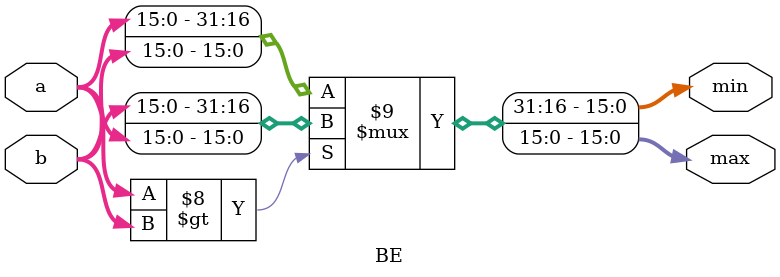
<source format=v>
`define C2Q 5
module PN (
    input clk,
    input rst_n,
    input [1:0] mode,
    input operator,
    input [2:0] in,
    input in_valid,
    output reg out_valid,
    output reg signed [31:0] out
);

    //================================================================
    //   PARAMETER/INTEGER/GENVAR
    //================================================================
    //integer
    integer i;

    genvar idx;

    parameter WORD = 16;
    parameter BUFFER_LEN = 16;
    localparam CNT_LEN = 4;
    localparam NUM_OF_RESULT = 4;
    //================================================================
    //   States
    //================================================================
    //======================
    //   L1 MAIN FSM
    //======================
    localparam IDLE = 'd0;
    localparam RD_DATA = 'd1;
    localparam EVALUATION = 'd2;
    localparam SORT = 'd3;
    localparam DONE = 'd4;


    //======================
    //   MODES
    //======================
    localparam POSTFIX_BURST = 'd0;
    localparam POSTFIX = 'd1;
    localparam PREFIX_BURST = 'd2;
    localparam PREFIX = 'd3;

    //======================
    //   STACK FSM
    //======================
    localparam DET_TYPE = 'd0;
    localparam PERFORM_OP_POP1 = 'd1;
    localparam PERFORM_OP_POP2 = 'd2;
    localparam PERFORM_OP_PUSH = 'd3;
    localparam PERFORM_CALCULATION = 'd4;
    localparam PUSH_MID_RESULT = 'd5;

    //======================
    //   ALU type
    //======================
    localparam ADD = 3'b000;
    localparam SUBTRACT = 3'b001;
    localparam MULT = 3'b010;
    localparam ABSOLUTE = 3'b011;

    //================================================================
    //   REG/WIRE
    //================================================================
    //======================
    //   ALU
    //======================
    reg signed [WORD-1:0] alu_out;
    reg signed [WORD-1:0] alu_buf1;
    reg signed [WORD-1:0] alu_buf2;

    //======================
    //   Storages
    //======================
    reg [WORD-1:0] data_buf[0:BUFFER_LEN-1];
    reg signed [WORD-1:0] result_buf[0:NUM_OF_RESULT-1];  // maximum of 4 values

    //======================
    //   CNTS
    //======================
    reg [CNT_LEN-1:0] strLen_cnt;
    reg [CNT_LEN-1:0] buf_index_cnt;
    reg [CNT_LEN-1:0] done_cnt;
    reg [CNT_LEN-1:0] result_reversed_cnt;
    reg [CNT_LEN-1:0] result_cnt;


    //======================
    //   FSM
    //======================
    reg [2:0] currentState, nextState;
    reg [2:0] stackCTR, stackCTRnext;
    reg  [     2:0] modeState;

    //======================
    //   STACK
    //======================
    wire            push;
    wire            pop;
    wire [WORD-1:0] stack_popped_value;
    wire [WORD-1:0] stack_pushed_value;
    wire            wn = push;
    wire            rn = pop;
    wire            full;
    wire            empty;

    //======================
    //   state indicators
    //======================
    wire            state_IDLE = currentState == IDLE;
    wire            state_RD_DATA = currentState == RD_DATA;
    wire            state_EVALUATION = currentState == EVALUATION;
    wire            state_SORT = currentState == SORT;
    wire            state_DONE = currentState == DONE;


    wire            mode_POSTFIX_BURST = modeState == POSTFIX_BURST;
    wire            mode_POSTFIX = modeState == POSTFIX;
    wire            mode_PREFIX_BURST = modeState == PREFIX_BURST;
    wire            mode_PREFIX = modeState == PREFIX;

    wire            stack_DET_TYPE = stackCTR == DET_TYPE;
    wire            stack_POP1 = stackCTR == PERFORM_OP_POP1;
    wire            stack_POP2 = stackCTR == PERFORM_OP_POP2;
    wire            stack_PUSH = stackCTR == PERFORM_OP_PUSH;
    wire            stack_PUSH_MID_RESULT = stackCTR == PUSH_MID_RESULT;
    wire            stack_CALCULATION = stackCTR == PERFORM_CALCULATION;

    //======================
    //   current_char
    //======================
    wire [WORD-1:0] buf_current_char = data_buf[buf_index_cnt];

    //================================================================
    //   control flags
    //================================================================
    //======================
    //   evaluation done
    //======================
    reg             evaluation_done_f;

    always @(*) begin
        if ((mode_POSTFIX || mode_POSTFIX_BURST) && stack_CALCULATION) begin
            evaluation_done_f = buf_index_cnt == strLen_cnt - 1;
        end else if ((mode_PREFIX || mode_PREFIX_BURST) && stack_CALCULATION) begin
            evaluation_done_f = buf_index_cnt == 0;
        end else begin
            evaluation_done_f = 1'b0;
        end
    end

    //======================
    //   Others
    //======================
    wire timed_out_f = done_cnt == 'd30;
    wire is_operand_f = buf_current_char[15] == 1'b0;
    wire is_operator_f = buf_current_char[15] == 1'b1;
    wire burst_done_f = stack_CALCULATION;

    wire signed [WORD-1:0] result_rd[0:3];
    wire signed [WORD-1:0] sorted_result_d[0:7];



    //================================================================
    //   Design
    //================================================================
    //======================
    //   FSM
    //======================
    //MAIN FSM
    always @(posedge clk or negedge rst_n) begin
        //synopsys_translate_off
        #`C2Q;
        //synopsys_translate_on
        if (~rst_n) begin
            currentState <= IDLE;
        end else begin
            currentState <= nextState;
        end
    end

    wire output_done_f = result_cnt == 0;

    always @(*) begin
        case (currentState)
            IDLE: begin
                if (in_valid) begin
                    nextState = RD_DATA;
                end else begin
                    nextState = IDLE;
                end
            end
            RD_DATA: begin
                if (!in_valid) begin
                    nextState = EVALUATION;
                end else begin
                    nextState = RD_DATA;
                end
            end
            EVALUATION: begin
                if (evaluation_done_f && (mode_POSTFIX_BURST || mode_PREFIX_BURST)) begin
                    nextState = SORT;
                end else if (evaluation_done_f && (mode_PREFIX || mode_POSTFIX)) begin
                    nextState = DONE;
                end else begin
                    nextState = EVALUATION;
                end
            end
            SORT: begin
                nextState = DONE;
            end
            DONE: begin
                if (in_valid) begin
                    nextState = IDLE;
                end else if (mode_POSTFIX || mode_PREFIX) begin
                    nextState = IDLE;
                end else if (output_done_f) begin
                    nextState = IDLE;
                end else if (timed_out_f) begin
                    nextState = IDLE;
                end else begin
                    nextState = DONE;
                end
            end
            default: begin
                nextState = IDLE;
            end
        endcase
    end

    //MODE
    always @(posedge clk or negedge rst_n) begin
        //synopsys_translate_off
        #`C2Q;
        //synopsys_translate_on
        if (~rst_n) begin
            modeState <= POSTFIX;
        end else if (state_IDLE && in_valid) begin
            case (mode)
                'd0: modeState <= PREFIX_BURST;
                'd1: modeState <= POSTFIX_BURST;
                'd2: modeState <= PREFIX;
                'd3: modeState <= POSTFIX;
                default: modeState <= PREFIX;
            endcase
        end else begin
            modeState <= modeState;
        end
    end

    //=================================================
    //   READ DATA
    //=================================================
    always @(posedge clk or negedge rst_n) begin
        //synopsys_translate_off
        #`C2Q;
        //synopsys_translate_on
        if (!rst_n) begin
            strLen_cnt <= 'd0;

            for (i = 0; i < BUFFER_LEN; i = i + 1) begin
                data_buf[i] <= 'd0;
            end
        end else if (state_DONE) begin
            strLen_cnt <= 0;
        end else if ((state_RD_DATA || state_IDLE) && in_valid) begin
            strLen_cnt <= strLen_cnt + 1;

            if (operator) begin
                data_buf[strLen_cnt] <= {1'b1, 12'b0, in};
            end else begin
                data_buf[strLen_cnt] <= {1'b0, 12'b0, in};
            end
        end else begin
            strLen_cnt <= strLen_cnt;

            for (i = 0; i < BUFFER_LEN; i = i + 1) begin
                data_buf[i] <= data_buf[i];
            end
        end
    end

    //=================================================
    //   EVALUATION
    //=================================================
    //===============
    //   STACK
    //===============
    always @(posedge clk or negedge rst_n) begin
        //synopsys_translate_off
        #`C2Q;
        //synopsys_translate_on
        if (~rst_n) begin
            stackCTR <= DET_TYPE;
        end else begin
            stackCTR <= stackCTRnext;
        end
    end

    always @(*) begin
        if (~rst_n) begin
            stackCTRnext = DET_TYPE;
        end else begin
            case (stackCTR)
                DET_TYPE: begin
                    if (state_EVALUATION) begin
                        case ({
                            is_operand_f, is_operator_f
                        })
                            2'b10: begin
                                stackCTRnext = PERFORM_OP_PUSH;
                            end
                            2'b01: begin
                                stackCTRnext = PERFORM_OP_POP1;
                            end
                            default: begin
                                stackCTRnext = DET_TYPE;
                            end
                        endcase
                    end else begin
                        stackCTRnext = DET_TYPE;
                    end
                end
                PERFORM_OP_PUSH: begin
                    stackCTRnext = DET_TYPE;
                end
                PERFORM_OP_POP1: begin
                    stackCTRnext = PERFORM_OP_POP2;
                end
                PERFORM_OP_POP2: begin
                    stackCTRnext = PERFORM_CALCULATION;
                end
                PUSH_MID_RESULT: begin
                    stackCTRnext = DET_TYPE;
                end
                PERFORM_CALCULATION: begin
                    if (mode_POSTFIX_BURST || mode_PREFIX_BURST) begin
                        stackCTRnext = DET_TYPE;
                    end else if (evaluation_done_f) begin
                        stackCTRnext = DET_TYPE;
                    end else begin
                        stackCTRnext = PUSH_MID_RESULT; // For postfix and prefix push the value back to stack.
                    end
                end
                default: begin
                    stackCTRnext = DET_TYPE;
                end
            endcase
        end
    end

    assign pop = stackCTRnext == PERFORM_OP_POP1 || stackCTRnext == PERFORM_OP_POP2;
    assign push = stack_PUSH || stack_PUSH_MID_RESULT;
    assign stack_pushed_value = stack_PUSH_MID_RESULT ? alu_out : buf_current_char;

    //===========================
    //   PERFORM OPERATION
    //===========================
    always @(posedge clk or negedge rst_n) begin
        //synopsys_translate_off
        #`C2Q;
        //synopsys_translate_on
        if (~rst_n) begin
            buf_index_cnt <= 'd0;
        end else if (state_DONE) begin
            buf_index_cnt <= 0;
        end else if (currentState == RD_DATA && nextState == EVALUATION) begin
            case (modeState)
                PREFIX_BURST, PREFIX: buf_index_cnt <= strLen_cnt - 1;
                POSTFIX_BURST, POSTFIX: buf_index_cnt <= buf_index_cnt;
                default: buf_index_cnt <= buf_index_cnt;
            endcase
        end else if (stack_PUSH || stack_CALCULATION) begin
            case (modeState)
                PREFIX_BURST, PREFIX: buf_index_cnt <= buf_index_cnt - 1;
                POSTFIX_BURST, POSTFIX: buf_index_cnt <= buf_index_cnt + 1;
                default: buf_index_cnt <= buf_index_cnt;
            endcase
        end else begin
            buf_index_cnt <= buf_index_cnt;
        end
    end

    //============================
    //	   DONE
    //============================
    always @(posedge clk or negedge rst_n) begin
        //synopsys_translate_off
        #`C2Q;
        //synopsys_translate_on
        // Used to counter in a reversed way during done state for POST_FIX
        if (~rst_n) begin
            result_reversed_cnt <= 0;
        end else if (state_RD_DATA) begin
            result_reversed_cnt <= 0;
        end else if (state_DONE) begin
            result_reversed_cnt <= result_reversed_cnt + 1;
        end else begin
            result_reversed_cnt <= result_reversed_cnt;
        end
    end

    always @(posedge clk or negedge rst_n) begin
        //synopsys_translate_off
        #`C2Q;
        //synopsys_translate_on
        if (~rst_n) begin
            done_cnt  <= 'd0;
            out_valid <= 'd0;
            out       <= 'd0;
        end else if (timed_out_f) begin
            done_cnt  <= 'd0;
            out_valid <= 'd0;
            out       <= 'd0;
        end else if (state_DONE) begin
            done_cnt  <= done_cnt + 1;
            out_valid <= 1'b1;
            if (mode_PREFIX_BURST) begin
                out <= result_buf[result_cnt];
            end else if (mode_POSTFIX_BURST) begin
                out <= result_buf[result_reversed_cnt];
            end else if (mode_POSTFIX || mode_PREFIX) begin
                out <= alu_out;
            end else begin
                out <= out;
            end
        end else begin
            out_valid <= 'd0;
            out       <= 'd0;
            done_cnt  <= done_cnt;
        end
    end

    //======================
    //  ALU
    //======================
    always @(posedge clk or negedge rst_n) begin
        //synopsys_translate_off
        #`C2Q;
        //synopsys_translate_on
        if (!rst_n) begin
            alu_buf1 <= 'd0;
            alu_buf2 <= 'd0;
        end else if (stack_POP1) begin
            alu_buf1 <= stack_popped_value;
            alu_buf2 <= alu_buf2;
        end else if (stack_POP2) begin
            alu_buf1 <= alu_buf1;
            alu_buf2 <= stack_popped_value;
        end else begin
            alu_buf1 <= alu_buf1;
            alu_buf2 <= alu_buf2;
        end
    end


    always @(*) begin
        if (!rst_n) begin
            alu_out = 'd0;
        end else if (stack_POP1) begin
            alu_out = alu_out;
        end else if (stack_POP2) begin
            alu_out = alu_out;
        end else if (stack_CALCULATION) begin
            case (buf_current_char[2:0])
                ADD: begin
                    alu_out = alu_buf1 + alu_buf2;
                end
                SUBTRACT: begin
                    if (mode_POSTFIX || mode_POSTFIX_BURST) begin
                        alu_out = alu_buf2 - alu_buf1;
                    end else begin
                        alu_out = alu_buf1 - alu_buf2;
                    end
                end
                MULT: begin
                    alu_out = alu_buf1 * alu_buf2;
                end
                ABSOLUTE: begin
                    if ($signed(alu_buf1 + alu_buf2) < 0) begin
                        alu_out = -(alu_buf1 + alu_buf2);
                    end else begin
                        alu_out = alu_buf1 + alu_buf2;
                    end
                end
                default: begin
                    alu_out = alu_out;
                end
            endcase

        end else begin
            alu_out = alu_out;
        end
    end

    //==========================
    //	   RESULT BUFFER & cnt
    //==========================
    generate
        for (idx = 0; idx < 4; idx = idx + 1) begin
            assign result_rd[idx] = result_buf[idx];
        end
    endgenerate

    always @(posedge clk or negedge rst_n) begin
        //synopsys_translate_off
        #`C2Q;
        //synopsys_translate_on
        if (!rst_n) begin
            result_cnt <= 'd0;
            for (i = 0; i < NUM_OF_RESULT; i = i + 1) begin
                result_buf[i] <= 16'h0fff;
            end
        end else if (state_RD_DATA) begin
            result_cnt <= 'd0;
            for (i = 0; i < NUM_OF_RESULT; i = i + 1) begin
                result_buf[i] <= 16'h0fff;
            end
        end else if (stack_CALCULATION && burst_done_f) begin
            result_cnt <= result_cnt + 1;
            result_buf[result_cnt] <= alu_out;
        end else if (state_SORT) begin
            for (i = 0; i < 4; i = i + 1) begin
                result_buf[i] <= sorted_result_d[i];
            end
            result_cnt <= result_cnt - 1;
        end else if (state_DONE) begin
            result_cnt <= result_cnt - 1;
        end else begin
            result_cnt <= result_cnt;
            for (i = 0; i < NUM_OF_RESULT; i = i + 1) begin
                result_buf[i] <= result_buf[i];
            end
        end
    end

    //======================
    //	   MODULE: STACK
    //======================


    LIFO stack (
        .in(stack_pushed_value),
        .clk(clk),
        .rst_n(rst_n),
        .wn(wn),
        .rn(rn),
        .out(stack_popped_value),
        .full(full),
        .empty(empty)
    );


    //===========================
    //	 MODULE: Sorter
    //===========================

    two_stages_bitonic_sorter #(
        .N(WORD)
    ) bitonics_sorter (
        .rst_n(rst_n),
        .clk(clk),
        //inputs
        .a(16'h0fff),
        .b(16'h0fff),
        .c(16'h0fff),
        .d(16'h0fff),
        .e(result_rd[0]),
        .f(result_rd[1]),
        .g(result_rd[2]),
        .h(result_rd[3]),
        //output
        .i(sorted_result_d[0]),
        .j(sorted_result_d[1]),
        .k(sorted_result_d[2]),
        .l(sorted_result_d[3]),
        .m(sorted_result_d[4]),
        .n(sorted_result_d[5]),
        .o(sorted_result_d[6]),
        .p(sorted_result_d[7])
    );



endmodule

module two_stages_bitonic_sorter #(
    parameter N = 16
) (
    input rst_n,
    input clk,
    input signed [N-1:0] a,
    input signed [N-1:0] b,
    input signed [N-1:0] c,
    input signed [N-1:0] d,
    input signed [N-1:0] e,
    input signed [N-1:0] f,
    input signed [N-1:0] g,
    input signed [N-1:0] h,

    output signed [N-1:0] i,
    output signed [N-1:0] j,
    output signed [N-1:0] k,
    output signed [N-1:0] l,
    output signed [N-1:0] m,
    output signed [N-1:0] n,
    output signed [N-1:0] o,
    output signed [N-1:0] p
);

    reg signed  [N-1:0] bitonic_seq_reg[0:7];

    wire signed [N-1:0] lv1_1_min;
    wire signed [N-1:0] lv1_1_max;
    wire signed [N-1:0] lv1_2_min;
    wire signed [N-1:0] lv1_2_max;
    wire signed [N-1:0] lv1_3_min;
    wire signed [N-1:0] lv1_3_max;
    wire signed [N-1:0] lv1_4_min;
    wire signed [N-1:0] lv1_4_max;

    wire signed [N-1:0] lv2_1_min;
    wire signed [N-1:0] lv2_1_max;
    wire signed [N-1:0] lv2_2_min;
    wire signed [N-1:0] lv2_2_max;
    wire signed [N-1:0] lv2_3_min;
    wire signed [N-1:0] lv2_3_max;
    wire signed [N-1:0] lv2_4_min;
    wire signed [N-1:0] lv2_4_max;

    wire signed [N-1:0] lv3_1_min;
    wire signed [N-1:0] lv3_1_max;
    wire signed [N-1:0] lv3_2_min;
    wire signed [N-1:0] lv3_2_max;
    wire signed [N-1:0] lv3_3_min;
    wire signed [N-1:0] lv3_3_max;
    wire signed [N-1:0] lv3_4_min;
    wire signed [N-1:0] lv3_4_max;

    //Creating bitonic sequences
    BE #(
        .N(N)
    ) lv1_1 (
        .a  (a),
        .b  (b),
        .min(lv1_1_min),
        .max(lv1_1_max)
    );
    BE #(
        .N(N)
    ) lv1_2 (
        .a  (c),
        .b  (d),
        .min(lv1_2_min),
        .max(lv1_2_max)
    );
    BE #(
        .N(N)
    ) lv1_3 (
        .a  (e),
        .b  (f),
        .min(lv1_3_min),
        .max(lv1_3_max)
    );
    BE #(
        .N(N)
    ) lv1_4 (
        .a  (g),
        .b  (h),
        .min(lv1_4_min),
        .max(lv1_4_max)
    );

    BE #(
        .N(N)
    ) lv2_1 (
        .a  (lv1_1_min),
        .b  (lv1_2_max),
        .min(lv2_1_min),
        .max(lv2_1_max)
    );
    BE #(
        .N(N)
    ) lv2_2 (
        .a  (lv1_1_max),
        .b  (lv1_2_min),
        .min(lv2_2_min),
        .max(lv2_2_max)
    );
    BE #(
        .N(N)
    ) lv2_3 (
        .a  (lv1_3_min),
        .b  (lv1_4_max),
        .min(lv2_3_min),
        .max(lv2_3_max)
    );
    BE #(
        .N(N)
    ) lv2_4 (
        .a  (lv1_3_max),
        .b  (lv1_4_min),
        .min(lv2_4_min),
        .max(lv2_4_max)
    );

    BE #(
        .N(N)
    ) lv3_1 (
        .a  (lv2_1_min),
        .b  (lv2_2_min),
        .min(lv3_1_min),
        .max(lv3_1_max)
    );
    BE #(
        .N(N)
    ) lv3_2 (
        .a  (lv2_1_max),
        .b  (lv2_2_max),
        .min(lv3_2_min),
        .max(lv3_2_max)
    );
    BE #(
        .N(N)
    ) lv3_3 (
        .a  (lv2_3_max),
        .b  (lv2_4_max),
        .min(lv3_3_min),
        .max(lv3_3_max)
    );
    BE #(
        .N(N)
    ) lv3_4 (
        .a  (lv2_3_min),
        .b  (lv2_4_min),
        .min(lv3_4_min),
        .max(lv3_4_max)
    );

    always @(*) begin
        bitonic_seq_reg[0] = lv3_1_min;
        bitonic_seq_reg[1] = lv3_1_max;
        bitonic_seq_reg[2] = lv3_2_min;
        bitonic_seq_reg[3] = lv3_2_max;
        bitonic_seq_reg[4] = lv3_3_max;
        bitonic_seq_reg[5] = lv3_3_min;
        bitonic_seq_reg[6] = lv3_4_max;
        bitonic_seq_reg[7] = lv3_4_min;
    end

    //Bitonic sort process
    wire signed [N-1:0] sort_lv1_1_min;
    wire signed [N-1:0] sort_lv1_1_max;
    wire signed [N-1:0] sort_lv1_2_min;
    wire signed [N-1:0] sort_lv1_2_max;
    wire signed [N-1:0] sort_lv1_3_min;
    wire signed [N-1:0] sort_lv1_3_max;
    wire signed [N-1:0] sort_lv1_4_min;
    wire signed [N-1:0] sort_lv1_4_max;

    wire signed [N-1:0] sort_lv2_1_min;
    wire signed [N-1:0] sort_lv2_1_max;
    wire signed [N-1:0] sort_lv2_2_min;
    wire signed [N-1:0] sort_lv2_2_max;
    wire signed [N-1:0] sort_lv2_3_min;
    wire signed [N-1:0] sort_lv2_3_max;
    wire signed [N-1:0] sort_lv2_4_min;
    wire signed [N-1:0] sort_lv2_4_max;

    BE #(
        .N(N)
    ) sort_lv1_1 (
        .a  (bitonic_seq_reg[0]),
        .b  (bitonic_seq_reg[4]),
        .min(sort_lv1_1_min),
        .max(sort_lv1_1_max)
    );
    BE #(
        .N(N)
    ) sort_lv1_2 (
        .a  (bitonic_seq_reg[1]),
        .b  (bitonic_seq_reg[5]),
        .min(sort_lv1_2_min),
        .max(sort_lv1_2_max)
    );
    BE #(
        .N(N)
    ) sort_lv1_3 (
        .a  (bitonic_seq_reg[2]),
        .b  (bitonic_seq_reg[6]),
        .min(sort_lv1_3_min),
        .max(sort_lv1_3_max)
    );
    BE #(
        .N(N)
    ) sort_lv1_4 (
        .a  (bitonic_seq_reg[3]),
        .b  (bitonic_seq_reg[7]),
        .min(sort_lv1_4_min),
        .max(sort_lv1_4_max)
    );

    BE #(
        .N(N)
    ) sort_lv2_1 (
        .a  (sort_lv1_1_min),
        .b  (sort_lv1_3_min),
        .min(sort_lv2_1_min),
        .max(sort_lv2_1_max)
    );
    BE #(
        .N(N)
    ) sort_lv2_2 (
        .a  (sort_lv1_1_max),
        .b  (sort_lv1_3_max),
        .min(sort_lv2_2_min),
        .max(sort_lv2_2_max)
    );
    BE #(
        .N(N)
    ) sort_lv2_3 (
        .a  (sort_lv1_2_min),
        .b  (sort_lv1_4_min),
        .min(sort_lv2_3_min),
        .max(sort_lv2_3_max)
    );
    BE #(
        .N(N)
    ) sort_lv2_4 (
        .a  (sort_lv1_2_max),
        .b  (sort_lv1_4_max),
        .min(sort_lv2_4_min),
        .max(sort_lv2_4_max)
    );

    BE #(
        .N(N)
    ) sort_lv3_1 (
        .a  (sort_lv2_1_min),
        .b  (sort_lv2_3_min),
        .min(i),
        .max(j)
    );
    BE #(
        .N(N)
    ) sort_lv3_2 (
        .a  (sort_lv2_1_max),
        .b  (sort_lv2_3_max),
        .min(k),
        .max(l)
    );
    BE #(
        .N(N)
    ) sort_lv3_3 (
        .a  (sort_lv2_2_min),
        .b  (sort_lv2_4_min),
        .min(m),
        .max(n)
    );
    BE #(
        .N(N)
    ) sort_lv3_4 (
        .a  (sort_lv2_2_max),
        .b  (sort_lv2_4_max),
        .min(o),
        .max(p)
    );

endmodule



module LIFO #(
    parameter DATA_WIDTH  = 16,
    parameter STACK_DEPTH = 16
) (
    input [DATA_WIDTH-1:0] in,
    output full,
    output empty,
    input clk,
    input rst_n,
    input wn,
    input rn,
    output reg [DATA_WIDTH-1:0] out
);


    reg [3:0] sp;
    reg [DATA_WIDTH-1:0] memory[0:STACK_DEPTH-1];
    integer i;

    assign full  = (sp == 4'b1111) ? 1 : 0;
    assign empty = (sp == 4'b0000) ? 1 : 0;

    always @(*) begin
        out = memory[sp];
    end

    always @(posedge clk or negedge rst_n) begin
        //synopsys_translate_off
        #`C2Q;
        //synopsys_translate_on
        if (~rst_n) begin
            for (i = 0; i < STACK_DEPTH; i = i + 1) begin
                memory[i] <= 'd0;
            end
            sp <= 1;
        end else if (wn & !full) begin
            memory[sp] <= in;
            sp <= sp + 1;
        end else if (rn & !empty) begin
            sp <= sp - 1;
        end
    end
endmodule



module BE #(
    parameter N = 16
) (
    input  signed [N-1:0] a,
    input  signed [N-1:0] b,
    output signed [N-1:0] min,
    output signed [N-1:0] max
);

    assign {min, max} = (a > b) ? {b, a} : {a, b};

endmodule

</source>
